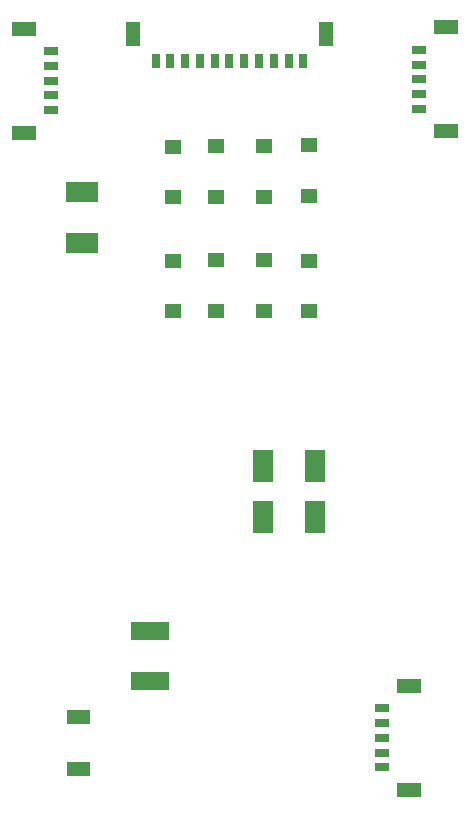
<source format=gbr>
G04 --- HEADER BEGIN --- *
G04 #@! TF.GenerationSoftware,LibrePCB,LibrePCB,1.1.0*
G04 #@! TF.CreationDate,2024-04-23T21:01:02*
G04 #@! TF.ProjectId,motherboard (Version 1),d5d7f40e-06e5-483f-b774-8957b2c1e08f,version_2*
G04 #@! TF.Part,Single*
G04 #@! TF.SameCoordinates*
G04 #@! TF.FileFunction,Paste,Top*
G04 #@! TF.FilePolarity,Positive*
%FSLAX66Y66*%
%MOMM*%
G01*
G75*
G04 --- HEADER END --- *
G04 --- APERTURE LIST BEGIN --- *
%ADD10R,1.47X1.27*%
%ADD11R,1.8X2.7*%
%ADD12R,3.2X1.5*%
%ADD13R,2.15X1.3*%
%ADD14R,1.2X0.8*%
%ADD15R,0.8X1.2*%
%ADD16R,1.3X2.15*%
%ADD17C,0.01*%
%ADD18R,2.7X1.8*%
G04 --- APERTURE LIST END --- *
G04 --- BOARD BEGIN --- *
D10*
G04 #@! TO.C,D7*
X25640000Y59860000D03*
X25640000Y64160000D03*
G04 #@! TO.C,D2*
X21620000Y50190000D03*
X21620000Y54490000D03*
D11*
G04 #@! TO.C,R3*
X25550000Y32750000D03*
X29950000Y32750000D03*
D12*
G04 #@! TO.C,F1*
X16040000Y18860000D03*
X16040000Y23060000D03*
D10*
G04 #@! TO.C,D4*
X17940000Y59810000D03*
X17940000Y64110000D03*
D13*
G04 #@! TO.C,J1*
X41065000Y74210000D03*
D14*
X38770000Y72310000D03*
X38770000Y68560000D03*
X38770000Y67310000D03*
X38770000Y71060000D03*
D13*
X41065000Y65410000D03*
D14*
X38770000Y69810000D03*
D15*
G04 #@! TO.C,J3*
X18990000Y71380000D03*
D16*
X14590000Y73675000D03*
D15*
X20240000Y71380000D03*
X17740000Y71380000D03*
D16*
X30890000Y73675000D03*
D15*
X28990000Y71380000D03*
X27740000Y71380000D03*
X21490000Y71380000D03*
X22740000Y71380000D03*
X23990000Y71380000D03*
X16490000Y71380000D03*
X25240000Y71380000D03*
X26490000Y71380000D03*
D13*
G04 #@! TO.C,J2*
X5335000Y65290000D03*
D14*
X7630000Y67190000D03*
X7630000Y70940000D03*
X7630000Y72190000D03*
X7630000Y68440000D03*
D13*
X5335000Y74090000D03*
D14*
X7630000Y69690000D03*
D10*
G04 #@! TO.C,D3*
X21640000Y59860000D03*
X21640000Y64160000D03*
G04 #@! TO.C,D9*
X29440000Y50160000D03*
X29440000Y54460000D03*
D13*
G04 #@! TO.C,J5*
X37945000Y18450000D03*
D14*
X35650000Y16550000D03*
X35650000Y12800000D03*
X35650000Y11550000D03*
X35650000Y15300000D03*
D13*
X37945000Y9650000D03*
D14*
X35650000Y14050000D03*
D10*
G04 #@! TO.C,D8*
X29440000Y59910000D03*
X29440000Y64210000D03*
D11*
G04 #@! TO.C,R2*
X29950000Y37070000D03*
X25550000Y37070000D03*
D10*
G04 #@! TO.C,D5*
X17940000Y50160000D03*
X17940000Y54460000D03*
G04 #@! TO.C,D6*
X25640000Y50210000D03*
X25640000Y54510000D03*
D17*
G04 #@! TO.C,D1*
G36*
X9000000Y16400000D02*
X9000000Y15200000D01*
X10900000Y15200000D01*
X10900000Y16400000D01*
X9000000Y16400000D01*
G37*
G36*
X9000000Y12000000D02*
X9000000Y10800000D01*
X10900000Y10800000D01*
X10900000Y12000000D01*
X9000000Y12000000D01*
G37*
D18*
G04 #@! TO.C,R1*
X10250000Y55910000D03*
X10250000Y60310000D03*
G04 --- BOARD END --- *
G04 #@! TF.MD5,12e5b9604db2e67995be37ca59a9efe0*
M02*

</source>
